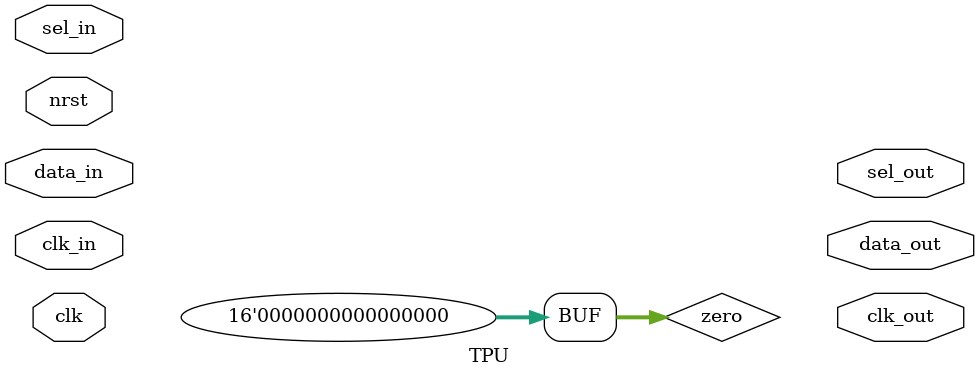
<source format=sv>
`default_nettype none

module TPU #(
    parameter DATA_WIDTH = 8
)(
    input wire clk,
    input wire nrst,

    //spi
    input wire clk_in, 
    input wire sel_in,
    input wire [DATA_WIDTH-1:0] data_in,

    // send optimal move by SPI
    output wire clk_out,
    output wire sel_out,
    output wire [DATA_WIDTH-1:0] data_out
);

    // FSM
    localparam IDLE = 0;
    localparam FETCH = 1;
    localparam EXECUTE = 2;


    // register file
    reg [15:0] zero; // always zero
    reg [7:0] layer_num; // counting the layer
    reg [7:0] weight_height, weight_width;
    reg [7:0] ifmap_height,  ifmap_width;
    reg [7:0] conv_sp;
    reg [7:0] conv_total_num;
    reg [7:0] move_sp;
    reg [7:0] move_total_num;
    reg [15:0] move; // the move that is evaluated

    reg [15:0] optimal_move;
    reg [7:0] optimal_move_output;

    // memory management
    

    assign zero = 0;

endmodule

`default_nettype wire
</source>
